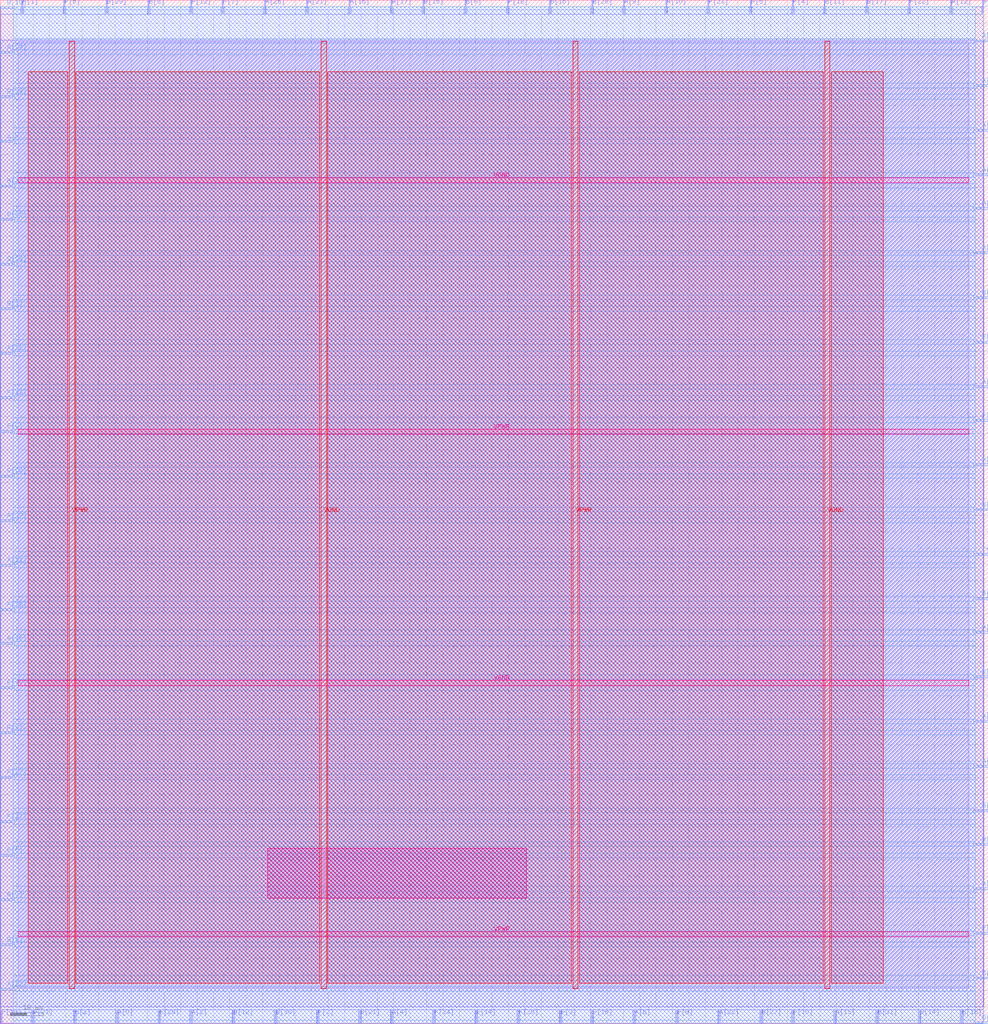
<source format=lef>
VERSION 5.7 ;
  NOWIREEXTENSIONATPIN ON ;
  DIVIDERCHAR "/" ;
  BUSBITCHARS "[]" ;
MACRO MULTI_32bit
  CLASS BLOCK ;
  FOREIGN MULTI_32bit ;
  ORIGIN 0.000 0.000 ;
  SIZE 301.290 BY 312.010 ;
  PIN A[0]
    DIRECTION INPUT ;
    USE SIGNAL ;
    PORT
      LAYER met2 ;
        RECT 35.510 0.000 35.790 4.000 ;
    END
  END A[0]
  PIN A[10]
    DIRECTION INPUT ;
    USE SIGNAL ;
    PORT
      LAYER met2 ;
        RECT 202.950 308.010 203.230 312.010 ;
    END
  END A[10]
  PIN A[11]
    DIRECTION INPUT ;
    USE SIGNAL ;
    PORT
      LAYER met3 ;
        RECT 0.000 139.440 4.000 140.040 ;
    END
  END A[11]
  PIN A[12]
    DIRECTION INPUT ;
    USE SIGNAL ;
    PORT
      LAYER met2 ;
        RECT 289.890 308.010 290.170 312.010 ;
    END
  END A[12]
  PIN A[13]
    DIRECTION INPUT ;
    USE SIGNAL ;
    PORT
      LAYER met3 ;
        RECT 297.290 258.440 301.290 259.040 ;
    END
  END A[13]
  PIN A[14]
    DIRECTION INPUT ;
    USE SIGNAL ;
    PORT
      LAYER met3 ;
        RECT 297.290 193.840 301.290 194.440 ;
    END
  END A[14]
  PIN A[15]
    DIRECTION INPUT ;
    USE SIGNAL ;
    PORT
      LAYER met2 ;
        RECT 254.470 0.000 254.750 4.000 ;
    END
  END A[15]
  PIN A[16]
    DIRECTION INPUT ;
    USE SIGNAL ;
    PORT
      LAYER met2 ;
        RECT 106.350 308.010 106.630 312.010 ;
    END
  END A[16]
  PIN A[17]
    DIRECTION INPUT ;
    USE SIGNAL ;
    PORT
      LAYER met2 ;
        RECT 119.230 308.010 119.510 312.010 ;
    END
  END A[17]
  PIN A[18]
    DIRECTION INPUT ;
    USE SIGNAL ;
    PORT
      LAYER met3 ;
        RECT 0.000 115.640 4.000 116.240 ;
    END
  END A[18]
  PIN A[19]
    DIRECTION INPUT ;
    USE SIGNAL ;
    PORT
      LAYER met3 ;
        RECT 297.290 299.240 301.290 299.840 ;
    END
  END A[19]
  PIN A[1]
    DIRECTION INPUT ;
    USE SIGNAL ;
    PORT
      LAYER met3 ;
        RECT 297.290 78.240 301.290 78.840 ;
    END
  END A[1]
  PIN A[20]
    DIRECTION INPUT ;
    USE SIGNAL ;
    PORT
      LAYER met3 ;
        RECT 297.290 248.240 301.290 248.840 ;
    END
  END A[20]
  PIN A[21]
    DIRECTION INPUT ;
    USE SIGNAL ;
    PORT
      LAYER met2 ;
        RECT 93.470 308.010 93.750 312.010 ;
    END
  END A[21]
  PIN A[22]
    DIRECTION INPUT ;
    USE SIGNAL ;
    PORT
      LAYER met2 ;
        RECT 219.050 0.000 219.330 4.000 ;
    END
  END A[22]
  PIN A[23]
    DIRECTION INPUT ;
    USE SIGNAL ;
    PORT
      LAYER met3 ;
        RECT 0.000 10.240 4.000 10.840 ;
    END
  END A[23]
  PIN A[24]
    DIRECTION INPUT ;
    USE SIGNAL ;
    PORT
      LAYER met3 ;
        RECT 0.000 295.840 4.000 296.440 ;
    END
  END A[24]
  PIN A[25]
    DIRECTION INPUT ;
    USE SIGNAL ;
    PORT
      LAYER met3 ;
        RECT 297.290 285.640 301.290 286.240 ;
    END
  END A[25]
  PIN A[26]
    DIRECTION INPUT ;
    USE SIGNAL ;
    PORT
      LAYER met2 ;
        RECT 80.590 308.010 80.870 312.010 ;
    END
  END A[26]
  PIN A[27]
    DIRECTION INPUT ;
    USE SIGNAL ;
    PORT
      LAYER met3 ;
        RECT 0.000 153.040 4.000 153.640 ;
    END
  END A[27]
  PIN A[28]
    DIRECTION INPUT ;
    USE SIGNAL ;
    PORT
      LAYER met3 ;
        RECT 0.000 204.040 4.000 204.640 ;
    END
  END A[28]
  PIN A[29]
    DIRECTION INPUT ;
    USE SIGNAL ;
    PORT
      LAYER met3 ;
        RECT 297.290 119.040 301.290 119.640 ;
    END
  END A[29]
  PIN A[2]
    DIRECTION INPUT ;
    USE SIGNAL ;
    PORT
      LAYER met2 ;
        RECT 58.050 0.000 58.330 4.000 ;
    END
  END A[2]
  PIN A[30]
    DIRECTION INPUT ;
    USE SIGNAL ;
    PORT
      LAYER met3 ;
        RECT 297.290 170.040 301.290 170.640 ;
    END
  END A[30]
  PIN A[31]
    DIRECTION INPUT ;
    USE SIGNAL ;
    PORT
      LAYER met3 ;
        RECT 297.290 91.840 301.290 92.440 ;
    END
  END A[31]
  PIN A[3]
    DIRECTION INPUT ;
    USE SIGNAL ;
    PORT
      LAYER met3 ;
        RECT 0.000 37.440 4.000 38.040 ;
    END
  END A[3]
  PIN A[4]
    DIRECTION INPUT ;
    USE SIGNAL ;
    PORT
      LAYER met2 ;
        RECT 119.230 0.000 119.510 4.000 ;
    END
  END A[4]
  PIN A[5]
    DIRECTION INPUT ;
    USE SIGNAL ;
    PORT
      LAYER met3 ;
        RECT 297.290 234.640 301.290 235.240 ;
    END
  END A[5]
  PIN A[6]
    DIRECTION INPUT ;
    USE SIGNAL ;
    PORT
      LAYER met2 ;
        RECT 193.290 0.000 193.570 4.000 ;
    END
  END A[6]
  PIN A[7]
    DIRECTION INPUT ;
    USE SIGNAL ;
    PORT
      LAYER met3 ;
        RECT 297.290 40.840 301.290 41.440 ;
    END
  END A[7]
  PIN A[8]
    DIRECTION INPUT ;
    USE SIGNAL ;
    PORT
      LAYER met3 ;
        RECT 297.290 272.040 301.290 272.640 ;
    END
  END A[8]
  PIN A[9]
    DIRECTION INPUT ;
    USE SIGNAL ;
    PORT
      LAYER met2 ;
        RECT 190.070 308.010 190.350 312.010 ;
    END
  END A[9]
  PIN B[0]
    DIRECTION INPUT ;
    USE SIGNAL ;
    PORT
      LAYER met2 ;
        RECT 141.770 308.010 142.050 312.010 ;
    END
  END B[0]
  PIN B[10]
    DIRECTION INPUT ;
    USE SIGNAL ;
    PORT
      LAYER met3 ;
        RECT 0.000 309.440 4.000 310.040 ;
    END
  END B[10]
  PIN B[11]
    DIRECTION INPUT ;
    USE SIGNAL ;
    PORT
      LAYER met2 ;
        RECT 251.250 308.010 251.530 312.010 ;
    END
  END B[11]
  PIN B[12]
    DIRECTION INPUT ;
    USE SIGNAL ;
    PORT
      LAYER met2 ;
        RECT 70.930 0.000 71.210 4.000 ;
    END
  END B[12]
  PIN B[13]
    DIRECTION INPUT ;
    USE SIGNAL ;
    PORT
      LAYER met3 ;
        RECT 297.290 0.040 301.290 0.640 ;
    END
  END B[13]
  PIN B[14]
    DIRECTION INPUT ;
    USE SIGNAL ;
    PORT
      LAYER met2 ;
        RECT 280.230 0.000 280.510 4.000 ;
    END
  END B[14]
  PIN B[15]
    DIRECTION INPUT ;
    USE SIGNAL ;
    PORT
      LAYER met2 ;
        RECT 128.890 308.010 129.170 312.010 ;
    END
  END B[15]
  PIN B[16]
    DIRECTION INPUT ;
    USE SIGNAL ;
    PORT
      LAYER met2 ;
        RECT 167.530 308.010 167.810 312.010 ;
    END
  END B[16]
  PIN B[17]
    DIRECTION INPUT ;
    USE SIGNAL ;
    PORT
      LAYER met2 ;
        RECT 264.130 308.010 264.410 312.010 ;
    END
  END B[17]
  PIN B[18]
    DIRECTION INPUT ;
    USE SIGNAL ;
    PORT
      LAYER met2 ;
        RECT 293.110 0.000 293.390 4.000 ;
    END
  END B[18]
  PIN B[19]
    DIRECTION INPUT ;
    USE SIGNAL ;
    PORT
      LAYER met3 ;
        RECT 297.290 221.040 301.290 221.640 ;
    END
  END B[19]
  PIN B[1]
    DIRECTION INPUT ;
    USE SIGNAL ;
    PORT
      LAYER met3 ;
        RECT 0.000 217.640 4.000 218.240 ;
    END
  END B[1]
  PIN B[20]
    DIRECTION INPUT ;
    USE SIGNAL ;
    PORT
      LAYER met2 ;
        RECT 180.410 308.010 180.690 312.010 ;
    END
  END B[20]
  PIN B[21]
    DIRECTION INPUT ;
    USE SIGNAL ;
    PORT
      LAYER met2 ;
        RECT 109.570 0.000 109.850 4.000 ;
    END
  END B[21]
  PIN B[22]
    DIRECTION INPUT ;
    USE SIGNAL ;
    PORT
      LAYER met3 ;
        RECT 297.290 54.440 301.290 55.040 ;
    END
  END B[22]
  PIN B[23]
    DIRECTION INPUT ;
    USE SIGNAL ;
    PORT
      LAYER met3 ;
        RECT 297.290 156.440 301.290 157.040 ;
    END
  END B[23]
  PIN B[24]
    DIRECTION INPUT ;
    USE SIGNAL ;
    PORT
      LAYER met3 ;
        RECT 0.000 282.240 4.000 282.840 ;
    END
  END B[24]
  PIN B[25]
    DIRECTION INPUT ;
    USE SIGNAL ;
    PORT
      LAYER met3 ;
        RECT 0.000 244.840 4.000 245.440 ;
    END
  END B[25]
  PIN B[26]
    DIRECTION INPUT ;
    USE SIGNAL ;
    PORT
      LAYER met3 ;
        RECT 0.000 231.240 4.000 231.840 ;
    END
  END B[26]
  PIN B[27]
    DIRECTION INPUT ;
    USE SIGNAL ;
    PORT
      LAYER met2 ;
        RECT 231.930 0.000 232.210 4.000 ;
    END
  END B[27]
  PIN B[28]
    DIRECTION INPUT ;
    USE SIGNAL ;
    PORT
      LAYER met3 ;
        RECT 0.000 255.040 4.000 255.640 ;
    END
  END B[28]
  PIN B[29]
    DIRECTION INPUT ;
    USE SIGNAL ;
    PORT
      LAYER met2 ;
        RECT 32.290 308.010 32.570 312.010 ;
    END
  END B[29]
  PIN B[2]
    DIRECTION INPUT ;
    USE SIGNAL ;
    PORT
      LAYER met2 ;
        RECT 22.630 0.000 22.910 4.000 ;
    END
  END B[2]
  PIN B[30]
    DIRECTION INPUT ;
    USE SIGNAL ;
    PORT
      LAYER met2 ;
        RECT 83.810 0.000 84.090 4.000 ;
    END
  END B[30]
  PIN B[31]
    DIRECTION INPUT ;
    USE SIGNAL ;
    PORT
      LAYER met2 ;
        RECT 267.350 0.000 267.630 4.000 ;
    END
  END B[31]
  PIN B[3]
    DIRECTION INPUT ;
    USE SIGNAL ;
    PORT
      LAYER met3 ;
        RECT 297.290 129.240 301.290 129.840 ;
    END
  END B[3]
  PIN B[4]
    DIRECTION INPUT ;
    USE SIGNAL ;
    PORT
      LAYER met3 ;
        RECT 297.290 64.640 301.290 65.240 ;
    END
  END B[4]
  PIN B[5]
    DIRECTION INPUT ;
    USE SIGNAL ;
    PORT
      LAYER met3 ;
        RECT 0.000 51.040 4.000 51.640 ;
    END
  END B[5]
  PIN B[6]
    DIRECTION INPUT ;
    USE SIGNAL ;
    PORT
      LAYER met3 ;
        RECT 0.000 23.840 4.000 24.440 ;
    END
  END B[6]
  PIN B[7]
    DIRECTION INPUT ;
    USE SIGNAL ;
    PORT
      LAYER met3 ;
        RECT 297.290 13.640 301.290 14.240 ;
    END
  END B[7]
  PIN B[8]
    DIRECTION INPUT ;
    USE SIGNAL ;
    PORT
      LAYER met2 ;
        RECT 45.170 308.010 45.450 312.010 ;
    END
  END B[8]
  PIN B[9]
    DIRECTION INPUT ;
    USE SIGNAL ;
    PORT
      LAYER met3 ;
        RECT 297.290 105.440 301.290 106.040 ;
    END
  END B[9]
  PIN F[0]
    DIRECTION OUTPUT TRISTATE ;
    USE SIGNAL ;
    PORT
      LAYER met3 ;
        RECT 0.000 180.240 4.000 180.840 ;
    END
  END F[0]
  PIN F[10]
    DIRECTION OUTPUT TRISTATE ;
    USE SIGNAL ;
    PORT
      LAYER met2 ;
        RECT 241.590 0.000 241.870 4.000 ;
    END
  END F[10]
  PIN F[11]
    DIRECTION OUTPUT TRISTATE ;
    USE SIGNAL ;
    PORT
      LAYER met3 ;
        RECT 297.290 207.440 301.290 208.040 ;
    END
  END F[11]
  PIN F[12]
    DIRECTION OUTPUT TRISTATE ;
    USE SIGNAL ;
    PORT
      LAYER met2 ;
        RECT 58.050 308.010 58.330 312.010 ;
    END
  END F[12]
  PIN F[13]
    DIRECTION OUTPUT TRISTATE ;
    USE SIGNAL ;
    PORT
      LAYER met3 ;
        RECT 0.000 190.440 4.000 191.040 ;
    END
  END F[13]
  PIN F[14]
    DIRECTION OUTPUT TRISTATE ;
    USE SIGNAL ;
    PORT
      LAYER met2 ;
        RECT 144.990 0.000 145.270 4.000 ;
    END
  END F[14]
  PIN F[15]
    DIRECTION OUTPUT TRISTATE ;
    USE SIGNAL ;
    PORT
      LAYER met2 ;
        RECT 0.090 0.000 0.370 4.000 ;
    END
  END F[15]
  PIN F[16]
    DIRECTION OUTPUT TRISTATE ;
    USE SIGNAL ;
    PORT
      LAYER met2 ;
        RECT 180.410 0.000 180.690 4.000 ;
    END
  END F[16]
  PIN F[17]
    DIRECTION OUTPUT TRISTATE ;
    USE SIGNAL ;
    PORT
      LAYER met3 ;
        RECT 0.000 61.240 4.000 61.840 ;
    END
  END F[17]
  PIN F[18]
    DIRECTION OUTPUT TRISTATE ;
    USE SIGNAL ;
    PORT
      LAYER met2 ;
        RECT 154.650 308.010 154.930 312.010 ;
    END
  END F[18]
  PIN F[19]
    DIRECTION OUTPUT TRISTATE ;
    USE SIGNAL ;
    PORT
      LAYER met3 ;
        RECT 0.000 102.040 4.000 102.640 ;
    END
  END F[19]
  PIN F[1]
    DIRECTION OUTPUT TRISTATE ;
    USE SIGNAL ;
    PORT
      LAYER met2 ;
        RECT 6.530 308.010 6.810 312.010 ;
    END
  END F[1]
  PIN F[20]
    DIRECTION OUTPUT TRISTATE ;
    USE SIGNAL ;
    PORT
      LAYER met3 ;
        RECT 0.000 166.640 4.000 167.240 ;
    END
  END F[20]
  PIN F[21]
    DIRECTION OUTPUT TRISTATE ;
    USE SIGNAL ;
    PORT
      LAYER met2 ;
        RECT 9.750 0.000 10.030 4.000 ;
    END
  END F[21]
  PIN F[22]
    DIRECTION OUTPUT TRISTATE ;
    USE SIGNAL ;
    PORT
      LAYER met2 ;
        RECT 277.010 308.010 277.290 312.010 ;
    END
  END F[22]
  PIN F[23]
    DIRECTION OUTPUT TRISTATE ;
    USE SIGNAL ;
    PORT
      LAYER met2 ;
        RECT 215.830 308.010 216.110 312.010 ;
    END
  END F[23]
  PIN F[24]
    DIRECTION OUTPUT TRISTATE ;
    USE SIGNAL ;
    PORT
      LAYER met2 ;
        RECT 132.110 0.000 132.390 4.000 ;
    END
  END F[24]
  PIN F[25]
    DIRECTION OUTPUT TRISTATE ;
    USE SIGNAL ;
    PORT
      LAYER met2 ;
        RECT 299.550 308.010 299.830 312.010 ;
    END
  END F[25]
  PIN F[26]
    DIRECTION OUTPUT TRISTATE ;
    USE SIGNAL ;
    PORT
      LAYER met3 ;
        RECT 297.290 27.240 301.290 27.840 ;
    END
  END F[26]
  PIN F[27]
    DIRECTION OUTPUT TRISTATE ;
    USE SIGNAL ;
    PORT
      LAYER met3 ;
        RECT 0.000 74.840 4.000 75.440 ;
    END
  END F[27]
  PIN F[28]
    DIRECTION OUTPUT TRISTATE ;
    USE SIGNAL ;
    PORT
      LAYER met3 ;
        RECT 0.000 125.840 4.000 126.440 ;
    END
  END F[28]
  PIN F[29]
    DIRECTION OUTPUT TRISTATE ;
    USE SIGNAL ;
    PORT
      LAYER met2 ;
        RECT 48.390 0.000 48.670 4.000 ;
    END
  END F[29]
  PIN F[2]
    DIRECTION OUTPUT TRISTATE ;
    USE SIGNAL ;
    PORT
      LAYER met2 ;
        RECT 96.690 0.000 96.970 4.000 ;
    END
  END F[2]
  PIN F[30]
    DIRECTION OUTPUT TRISTATE ;
    USE SIGNAL ;
    PORT
      LAYER met2 ;
        RECT 157.870 0.000 158.150 4.000 ;
    END
  END F[30]
  PIN F[31]
    DIRECTION OUTPUT TRISTATE ;
    USE SIGNAL ;
    PORT
      LAYER met3 ;
        RECT 297.290 183.640 301.290 184.240 ;
    END
  END F[31]
  PIN F[3]
    DIRECTION OUTPUT TRISTATE ;
    USE SIGNAL ;
    PORT
      LAYER met2 ;
        RECT 170.750 0.000 171.030 4.000 ;
    END
  END F[3]
  PIN F[4]
    DIRECTION OUTPUT TRISTATE ;
    USE SIGNAL ;
    PORT
      LAYER met2 ;
        RECT 241.590 308.010 241.870 312.010 ;
    END
  END F[4]
  PIN F[5]
    DIRECTION OUTPUT TRISTATE ;
    USE SIGNAL ;
    PORT
      LAYER met2 ;
        RECT 228.710 308.010 228.990 312.010 ;
    END
  END F[5]
  PIN F[6]
    DIRECTION OUTPUT TRISTATE ;
    USE SIGNAL ;
    PORT
      LAYER met2 ;
        RECT 19.410 308.010 19.690 312.010 ;
    END
  END F[6]
  PIN F[7]
    DIRECTION OUTPUT TRISTATE ;
    USE SIGNAL ;
    PORT
      LAYER met2 ;
        RECT 67.710 308.010 67.990 312.010 ;
    END
  END F[7]
  PIN F[8]
    DIRECTION OUTPUT TRISTATE ;
    USE SIGNAL ;
    PORT
      LAYER met2 ;
        RECT 206.170 0.000 206.450 4.000 ;
    END
  END F[8]
  PIN F[9]
    DIRECTION OUTPUT TRISTATE ;
    USE SIGNAL ;
    PORT
      LAYER met3 ;
        RECT 0.000 88.440 4.000 89.040 ;
    END
  END F[9]
  PIN VGND
    DIRECTION INPUT ;
    USE GROUND ;
    PORT
      LAYER met5 ;
        RECT 5.520 103.080 295.320 104.680 ;
    END
    PORT
      LAYER met5 ;
        RECT 5.520 256.260 295.320 257.860 ;
    END
    PORT
      LAYER met4 ;
        RECT 97.840 10.640 99.440 299.440 ;
    END
    PORT
      LAYER met4 ;
        RECT 251.440 10.640 253.040 299.440 ;
    END
  END VGND
  PIN VPWR
    DIRECTION INPUT ;
    USE POWER ;
    PORT
      LAYER met5 ;
        RECT 5.520 26.490 295.320 28.090 ;
    END
    PORT
      LAYER met5 ;
        RECT 5.520 179.670 295.320 181.270 ;
    END
    PORT
      LAYER met4 ;
        RECT 21.040 10.640 22.640 299.440 ;
    END
    PORT
      LAYER met4 ;
        RECT 174.640 10.640 176.240 299.440 ;
    END
  END VPWR
  PIN clk
    DIRECTION INPUT ;
    USE SIGNAL ;
    PORT
      LAYER met3 ;
        RECT 0.000 268.640 4.000 269.240 ;
    END
  END clk
  PIN rst
    DIRECTION INPUT ;
    USE SIGNAL ;
    PORT
      LAYER met3 ;
        RECT 297.290 142.840 301.290 143.440 ;
    END
  END rst
  OBS
      LAYER li1 ;
        RECT 5.520 10.795 295.320 299.285 ;
      LAYER met1 ;
        RECT 0.070 5.140 299.850 299.840 ;
      LAYER met2 ;
        RECT 0.100 307.730 6.250 309.925 ;
        RECT 7.090 307.730 19.130 309.925 ;
        RECT 19.970 307.730 32.010 309.925 ;
        RECT 32.850 307.730 44.890 309.925 ;
        RECT 45.730 307.730 57.770 309.925 ;
        RECT 58.610 307.730 67.430 309.925 ;
        RECT 68.270 307.730 80.310 309.925 ;
        RECT 81.150 307.730 93.190 309.925 ;
        RECT 94.030 307.730 106.070 309.925 ;
        RECT 106.910 307.730 118.950 309.925 ;
        RECT 119.790 307.730 128.610 309.925 ;
        RECT 129.450 307.730 141.490 309.925 ;
        RECT 142.330 307.730 154.370 309.925 ;
        RECT 155.210 307.730 167.250 309.925 ;
        RECT 168.090 307.730 180.130 309.925 ;
        RECT 180.970 307.730 189.790 309.925 ;
        RECT 190.630 307.730 202.670 309.925 ;
        RECT 203.510 307.730 215.550 309.925 ;
        RECT 216.390 307.730 228.430 309.925 ;
        RECT 229.270 307.730 241.310 309.925 ;
        RECT 242.150 307.730 250.970 309.925 ;
        RECT 251.810 307.730 263.850 309.925 ;
        RECT 264.690 307.730 276.730 309.925 ;
        RECT 277.570 307.730 289.610 309.925 ;
        RECT 290.450 307.730 299.270 309.925 ;
        RECT 0.100 4.280 299.820 307.730 ;
        RECT 0.650 0.155 9.470 4.280 ;
        RECT 10.310 0.155 22.350 4.280 ;
        RECT 23.190 0.155 35.230 4.280 ;
        RECT 36.070 0.155 48.110 4.280 ;
        RECT 48.950 0.155 57.770 4.280 ;
        RECT 58.610 0.155 70.650 4.280 ;
        RECT 71.490 0.155 83.530 4.280 ;
        RECT 84.370 0.155 96.410 4.280 ;
        RECT 97.250 0.155 109.290 4.280 ;
        RECT 110.130 0.155 118.950 4.280 ;
        RECT 119.790 0.155 131.830 4.280 ;
        RECT 132.670 0.155 144.710 4.280 ;
        RECT 145.550 0.155 157.590 4.280 ;
        RECT 158.430 0.155 170.470 4.280 ;
        RECT 171.310 0.155 180.130 4.280 ;
        RECT 180.970 0.155 193.010 4.280 ;
        RECT 193.850 0.155 205.890 4.280 ;
        RECT 206.730 0.155 218.770 4.280 ;
        RECT 219.610 0.155 231.650 4.280 ;
        RECT 232.490 0.155 241.310 4.280 ;
        RECT 242.150 0.155 254.190 4.280 ;
        RECT 255.030 0.155 267.070 4.280 ;
        RECT 267.910 0.155 279.950 4.280 ;
        RECT 280.790 0.155 292.830 4.280 ;
        RECT 293.670 0.155 299.820 4.280 ;
      LAYER met3 ;
        RECT 4.400 309.040 297.290 309.905 ;
        RECT 4.000 300.240 297.290 309.040 ;
        RECT 4.000 298.840 296.890 300.240 ;
        RECT 4.000 296.840 297.290 298.840 ;
        RECT 4.400 295.440 297.290 296.840 ;
        RECT 4.000 286.640 297.290 295.440 ;
        RECT 4.000 285.240 296.890 286.640 ;
        RECT 4.000 283.240 297.290 285.240 ;
        RECT 4.400 281.840 297.290 283.240 ;
        RECT 4.000 273.040 297.290 281.840 ;
        RECT 4.000 271.640 296.890 273.040 ;
        RECT 4.000 269.640 297.290 271.640 ;
        RECT 4.400 268.240 297.290 269.640 ;
        RECT 4.000 259.440 297.290 268.240 ;
        RECT 4.000 258.040 296.890 259.440 ;
        RECT 4.000 256.040 297.290 258.040 ;
        RECT 4.400 254.640 297.290 256.040 ;
        RECT 4.000 249.240 297.290 254.640 ;
        RECT 4.000 247.840 296.890 249.240 ;
        RECT 4.000 245.840 297.290 247.840 ;
        RECT 4.400 244.440 297.290 245.840 ;
        RECT 4.000 235.640 297.290 244.440 ;
        RECT 4.000 234.240 296.890 235.640 ;
        RECT 4.000 232.240 297.290 234.240 ;
        RECT 4.400 230.840 297.290 232.240 ;
        RECT 4.000 222.040 297.290 230.840 ;
        RECT 4.000 220.640 296.890 222.040 ;
        RECT 4.000 218.640 297.290 220.640 ;
        RECT 4.400 217.240 297.290 218.640 ;
        RECT 4.000 208.440 297.290 217.240 ;
        RECT 4.000 207.040 296.890 208.440 ;
        RECT 4.000 205.040 297.290 207.040 ;
        RECT 4.400 203.640 297.290 205.040 ;
        RECT 4.000 194.840 297.290 203.640 ;
        RECT 4.000 193.440 296.890 194.840 ;
        RECT 4.000 191.440 297.290 193.440 ;
        RECT 4.400 190.040 297.290 191.440 ;
        RECT 4.000 184.640 297.290 190.040 ;
        RECT 4.000 183.240 296.890 184.640 ;
        RECT 4.000 181.240 297.290 183.240 ;
        RECT 4.400 179.840 297.290 181.240 ;
        RECT 4.000 171.040 297.290 179.840 ;
        RECT 4.000 169.640 296.890 171.040 ;
        RECT 4.000 167.640 297.290 169.640 ;
        RECT 4.400 166.240 297.290 167.640 ;
        RECT 4.000 157.440 297.290 166.240 ;
        RECT 4.000 156.040 296.890 157.440 ;
        RECT 4.000 154.040 297.290 156.040 ;
        RECT 4.400 152.640 297.290 154.040 ;
        RECT 4.000 143.840 297.290 152.640 ;
        RECT 4.000 142.440 296.890 143.840 ;
        RECT 4.000 140.440 297.290 142.440 ;
        RECT 4.400 139.040 297.290 140.440 ;
        RECT 4.000 130.240 297.290 139.040 ;
        RECT 4.000 128.840 296.890 130.240 ;
        RECT 4.000 126.840 297.290 128.840 ;
        RECT 4.400 125.440 297.290 126.840 ;
        RECT 4.000 120.040 297.290 125.440 ;
        RECT 4.000 118.640 296.890 120.040 ;
        RECT 4.000 116.640 297.290 118.640 ;
        RECT 4.400 115.240 297.290 116.640 ;
        RECT 4.000 106.440 297.290 115.240 ;
        RECT 4.000 105.040 296.890 106.440 ;
        RECT 4.000 103.040 297.290 105.040 ;
        RECT 4.400 101.640 297.290 103.040 ;
        RECT 4.000 92.840 297.290 101.640 ;
        RECT 4.000 91.440 296.890 92.840 ;
        RECT 4.000 89.440 297.290 91.440 ;
        RECT 4.400 88.040 297.290 89.440 ;
        RECT 4.000 79.240 297.290 88.040 ;
        RECT 4.000 77.840 296.890 79.240 ;
        RECT 4.000 75.840 297.290 77.840 ;
        RECT 4.400 74.440 297.290 75.840 ;
        RECT 4.000 65.640 297.290 74.440 ;
        RECT 4.000 64.240 296.890 65.640 ;
        RECT 4.000 62.240 297.290 64.240 ;
        RECT 4.400 60.840 297.290 62.240 ;
        RECT 4.000 55.440 297.290 60.840 ;
        RECT 4.000 54.040 296.890 55.440 ;
        RECT 4.000 52.040 297.290 54.040 ;
        RECT 4.400 50.640 297.290 52.040 ;
        RECT 4.000 41.840 297.290 50.640 ;
        RECT 4.000 40.440 296.890 41.840 ;
        RECT 4.000 38.440 297.290 40.440 ;
        RECT 4.400 37.040 297.290 38.440 ;
        RECT 4.000 28.240 297.290 37.040 ;
        RECT 4.000 26.840 296.890 28.240 ;
        RECT 4.000 24.840 297.290 26.840 ;
        RECT 4.400 23.440 297.290 24.840 ;
        RECT 4.000 14.640 297.290 23.440 ;
        RECT 4.000 13.240 296.890 14.640 ;
        RECT 4.000 11.240 297.290 13.240 ;
        RECT 4.400 9.840 297.290 11.240 ;
        RECT 4.000 1.040 297.290 9.840 ;
        RECT 4.000 0.175 296.890 1.040 ;
      LAYER met4 ;
        RECT 8.575 12.415 20.640 290.185 ;
        RECT 23.040 12.415 97.440 290.185 ;
        RECT 99.840 12.415 174.240 290.185 ;
        RECT 176.640 12.415 251.040 290.185 ;
        RECT 253.440 12.415 269.265 290.185 ;
      LAYER met5 ;
        RECT 81.540 38.300 160.420 53.500 ;
  END
END MULTI_32bit
END LIBRARY


</source>
